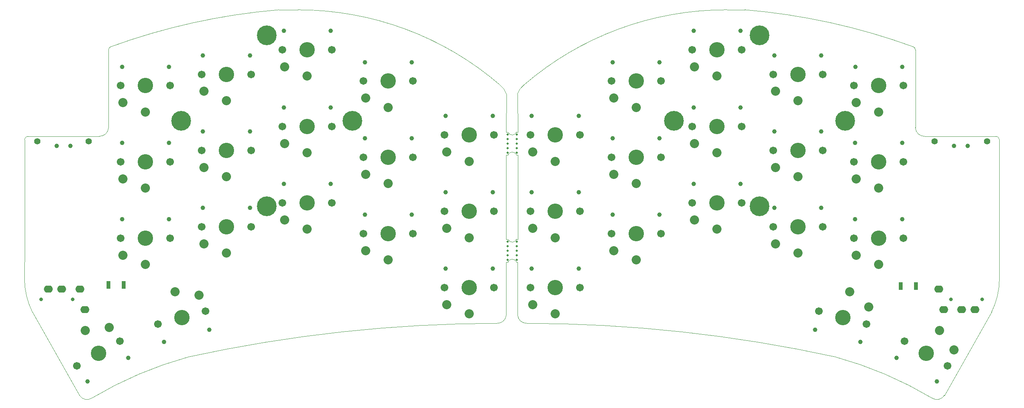
<source format=gts>
%TF.GenerationSoftware,KiCad,Pcbnew,(6.0.4)*%
%TF.CreationDate,2022-04-16T22:52:17+02:00*%
%TF.ProjectId,sweepv2.1-julien,73776565-7076-4322-9e31-2d6a756c6965,rev?*%
%TF.SameCoordinates,Original*%
%TF.FileFunction,Soldermask,Top*%
%TF.FilePolarity,Negative*%
%FSLAX46Y46*%
G04 Gerber Fmt 4.6, Leading zero omitted, Abs format (unit mm)*
G04 Created by KiCad (PCBNEW (6.0.4)) date 2022-04-16 22:52:17*
%MOMM*%
%LPD*%
G01*
G04 APERTURE LIST*
%TA.AperFunction,Profile*%
%ADD10C,0.050000*%
%TD*%
%ADD11C,0.800000*%
%ADD12O,2.000000X1.600000*%
%ADD13C,1.701800*%
%ADD14C,0.990600*%
%ADD15C,3.429000*%
%ADD16C,2.032000*%
%ADD17C,0.500000*%
%ADD18R,0.900000X1.700000*%
%ADD19C,4.400000*%
%ADD20C,1.397000*%
%ADD21C,1.000000*%
G04 APERTURE END LIST*
D10*
X131508500Y-77724000D02*
X131506000Y-89547024D01*
X219998001Y-47763999D02*
X219998045Y-30439419D01*
X223714000Y-108050000D02*
G75*
G03*
X226446000Y-107451265I1070000J1650000D01*
G01*
X219998002Y-47763999D02*
G75*
G03*
X222033002Y-49694917I1999998J69999D01*
G01*
X219563295Y-29758875D02*
G75*
G03*
X182067777Y-21502679I-49442795J-135273425D01*
G01*
X178120389Y-21508122D02*
G75*
G03*
X132892692Y-38264646I-253989J-68729978D01*
G01*
X238688000Y-50442000D02*
G75*
G03*
X237938000Y-49692000I-750000J0D01*
G01*
X132893000Y-38265000D02*
G75*
G03*
X131466055Y-40278702I2445000J-3245000D01*
G01*
X131506294Y-89547021D02*
G75*
G03*
X133544000Y-91383119I1978006J146421D01*
G01*
X219998002Y-30439419D02*
G75*
G03*
X219563290Y-29758889I-750002J19D01*
G01*
X223714000Y-108050000D02*
G75*
G03*
X202185134Y-98863946I-44316000J-74040000D01*
G01*
X222033002Y-49694917D02*
X237938000Y-49692000D01*
X202185136Y-98863939D02*
G75*
G03*
X133544000Y-91383119I-69219136J-316475461D01*
G01*
X238688000Y-58420000D02*
X238688000Y-66548000D01*
X236953304Y-88858150D02*
X226446000Y-107451265D01*
X236953327Y-88858162D02*
G75*
G03*
X238700000Y-81534000I-15027227J7454062D01*
G01*
X182067777Y-21502679D02*
X178120389Y-21508139D01*
X238688000Y-50442000D02*
X238688000Y-58420000D01*
X131466055Y-40278702D02*
X131572000Y-48768000D01*
X129349500Y-48768000D02*
X128960000Y-48768000D01*
X238688000Y-66548000D02*
X238688000Y-75438000D01*
X238688000Y-75438000D02*
X238700000Y-81534000D01*
X129349500Y-72644000D02*
X128960000Y-72644000D01*
X129349500Y-53848000D02*
X128960000Y-53848000D01*
X129349500Y-77724000D02*
X128960000Y-77724000D01*
X131572000Y-53848000D02*
X131572000Y-72644000D01*
X78412223Y-21502679D02*
X82613611Y-21508139D01*
X21792000Y-50442000D02*
X21792000Y-58420000D01*
X128960000Y-77724000D02*
X128975507Y-89545022D01*
X129013945Y-40278702D02*
G75*
G03*
X127587000Y-38265000I-3871945J-1231298D01*
G01*
X126936000Y-91383122D02*
G75*
G03*
X128975507Y-89545022I59500J1984522D01*
G01*
X40481999Y-47763999D02*
X40481955Y-30439419D01*
X21792000Y-66548000D02*
X21792000Y-73914000D01*
X23526696Y-88858150D02*
X34034000Y-107451265D01*
X38446998Y-49694918D02*
G75*
G03*
X40481999Y-47763999I35002J2000918D01*
G01*
X78412223Y-21502678D02*
G75*
G03*
X40916710Y-29758889I11947327J-143529582D01*
G01*
X126936000Y-91383119D02*
G75*
G03*
X58294866Y-98863946I578050J-323956411D01*
G01*
X21779999Y-81534000D02*
G75*
G03*
X23526696Y-88858150I16773851J129950D01*
G01*
X22542000Y-49692000D02*
G75*
G03*
X21792000Y-50442000I0J-750000D01*
G01*
X38446998Y-49694917D02*
X22542000Y-49692000D01*
X21792000Y-58420000D02*
X21792000Y-66548000D01*
X40916692Y-29758850D02*
G75*
G03*
X40481955Y-30439419I315308J-680550D01*
G01*
X34034000Y-107451265D02*
G75*
G03*
X36766000Y-108050000I1662000J1051265D01*
G01*
X127586989Y-38265013D02*
G75*
G03*
X82613611Y-21508139I-44973389J-51973087D01*
G01*
X58294866Y-98863946D02*
G75*
G03*
X36766000Y-108050000I22787134J-83226054D01*
G01*
X21792000Y-73914000D02*
X21780000Y-81534000D01*
X128960000Y-53848000D02*
X128960000Y-72644000D01*
X129013945Y-40278702D02*
X128960000Y-48768000D01*
X131572000Y-72644000D02*
X131254500Y-72644000D01*
X129349501Y-48767999D02*
G75*
G03*
X131254499Y-48768000I952499J380999D01*
G01*
X131254499Y-77724001D02*
G75*
G03*
X129349501Y-77724000I-952499J-380999D01*
G01*
X131254499Y-53848001D02*
G75*
G03*
X129349501Y-53848000I-952499J-380999D01*
G01*
X131572000Y-48768000D02*
X131254500Y-48768000D01*
X129349501Y-72643999D02*
G75*
G03*
X131254499Y-72644000I952499J380999D01*
G01*
X131508500Y-77724000D02*
X131254500Y-77724000D01*
X131572000Y-53848000D02*
X131254500Y-53848000D01*
D11*
%TO.C,J2*%
X227874000Y-86052000D03*
X234874000Y-86052000D03*
D12*
X230274000Y-88352000D03*
X233274000Y-88352000D03*
X225174000Y-83752000D03*
X226274000Y-88352000D03*
%TD*%
D13*
%TO.C,SW16*%
X181356000Y-64516000D03*
D14*
X181076000Y-60316000D03*
D15*
X175856000Y-64516000D03*
D14*
X170636000Y-60316000D03*
D13*
X170356000Y-64516000D03*
D16*
X175856000Y-70416000D03*
X170856000Y-68316000D03*
%TD*%
D15*
%TO.C,SW20*%
X222386000Y-98082000D03*
D14*
X224806653Y-104329307D03*
D13*
X227149140Y-100832000D03*
X217622860Y-95332000D03*
D14*
X215765347Y-99109307D03*
D16*
X225336000Y-92972450D03*
X228616127Y-97291103D03*
%TD*%
D15*
%TO.C,SW15*%
X157856000Y-71374000D03*
D13*
X152356000Y-71374000D03*
D14*
X163076000Y-67174000D03*
X152636000Y-67174000D03*
D13*
X163356000Y-71374000D03*
D16*
X157856000Y-77274000D03*
X152856000Y-75174000D03*
%TD*%
D14*
%TO.C,SW21*%
X207781093Y-95489924D03*
D13*
X198513408Y-88658495D03*
X209138592Y-91505505D03*
D15*
X203826000Y-90082000D03*
D14*
X197696827Y-92787853D03*
D16*
X205353032Y-84383038D03*
X209639142Y-87705577D03*
%TD*%
D13*
%TO.C,SW17*%
X199356000Y-69850000D03*
D14*
X199076000Y-65650000D03*
D15*
X193856000Y-69850000D03*
D13*
X188356000Y-69850000D03*
D14*
X188636000Y-65650000D03*
D16*
X193856000Y-75750000D03*
X188856000Y-73650000D03*
%TD*%
D15*
%TO.C,SW18*%
X211836000Y-72390000D03*
D13*
X206336000Y-72390000D03*
X217336000Y-72390000D03*
D14*
X217056000Y-68190000D03*
X206616000Y-68190000D03*
D16*
X211836000Y-78290000D03*
X206836000Y-76190000D03*
%TD*%
D14*
%TO.C,SW4*%
X170636000Y-26182000D03*
D13*
X170356000Y-30382000D03*
X181356000Y-30382000D03*
D15*
X175856000Y-30382000D03*
D14*
X181076000Y-26182000D03*
D16*
X175856000Y-36282000D03*
X170856000Y-34182000D03*
%TD*%
D13*
%TO.C,SW3*%
X152356000Y-37382000D03*
X163356000Y-37382000D03*
D14*
X163076000Y-33182000D03*
D15*
X157856000Y-37382000D03*
D14*
X152636000Y-33182000D03*
D16*
X157856000Y-43282000D03*
X152856000Y-41182000D03*
%TD*%
D13*
%TO.C,SW9*%
X163356000Y-54356000D03*
D15*
X157856000Y-54356000D03*
D14*
X152636000Y-50156000D03*
X163076000Y-50156000D03*
D13*
X152356000Y-54356000D03*
D16*
X157856000Y-60256000D03*
X152856000Y-58156000D03*
%TD*%
D14*
%TO.C,SW14*%
X134636000Y-79182000D03*
D13*
X145356000Y-83382000D03*
X134356000Y-83382000D03*
D15*
X139856000Y-83382000D03*
D14*
X145076000Y-79182000D03*
D16*
X139856000Y-89282000D03*
X134856000Y-87182000D03*
%TD*%
D13*
%TO.C,SW12*%
X206336000Y-55372000D03*
D14*
X206616000Y-51172000D03*
X217056000Y-51172000D03*
D13*
X217336000Y-55372000D03*
D15*
X211836000Y-55372000D03*
D16*
X211836000Y-61272000D03*
X206836000Y-59172000D03*
%TD*%
D13*
%TO.C,SW11*%
X188356000Y-52832000D03*
X199356000Y-52832000D03*
D14*
X188636000Y-48632000D03*
D15*
X193856000Y-52832000D03*
D14*
X199076000Y-48632000D03*
D16*
X193856000Y-58732000D03*
X188856000Y-56632000D03*
%TD*%
D13*
%TO.C,SW8*%
X134356000Y-66382000D03*
D15*
X139856000Y-66382000D03*
D13*
X145356000Y-66382000D03*
D14*
X145076000Y-62182000D03*
X134636000Y-62182000D03*
D16*
X139856000Y-72282000D03*
X134856000Y-70182000D03*
%TD*%
D15*
%TO.C,SW6*%
X211856000Y-38382000D03*
D14*
X206636000Y-34182000D03*
X217076000Y-34182000D03*
D13*
X206356000Y-38382000D03*
X217356000Y-38382000D03*
D16*
X211856000Y-44282000D03*
X206856000Y-42182000D03*
%TD*%
D13*
%TO.C,SW5*%
X199356000Y-35882000D03*
D15*
X193856000Y-35882000D03*
D14*
X199076000Y-31682000D03*
X188636000Y-31682000D03*
D13*
X188356000Y-35882000D03*
D16*
X193856000Y-41782000D03*
X188856000Y-39682000D03*
%TD*%
D13*
%TO.C,SW2*%
X145356000Y-49382000D03*
D15*
X139856000Y-49382000D03*
D13*
X134356000Y-49382000D03*
D14*
X134636000Y-45182000D03*
X145076000Y-45182000D03*
D16*
X139856000Y-55282000D03*
X134856000Y-53182000D03*
%TD*%
D17*
%TO.C,mouse-bite-2mm-slot*%
X131318000Y-51308000D03*
X131318000Y-53340000D03*
X129286000Y-53340000D03*
X129286000Y-52324000D03*
X129286000Y-51308000D03*
X131318000Y-49276000D03*
X131318000Y-52324000D03*
X129286000Y-50292000D03*
X129286000Y-49276000D03*
X131318000Y-50292000D03*
%TD*%
%TO.C,mouse-bite-2mm-slot*%
X131318000Y-76200000D03*
X131318000Y-73152000D03*
X129286000Y-73152000D03*
X129286000Y-74168000D03*
X129286000Y-75184000D03*
X131318000Y-74168000D03*
X129286000Y-76200000D03*
X129286000Y-77216000D03*
X131318000Y-75184000D03*
X131318000Y-77216000D03*
%TD*%
D18*
%TO.C,RSW1*%
X216740000Y-83058000D03*
X220140000Y-83058000D03*
%TD*%
D15*
%TO.C,SW10*%
X175856000Y-47498000D03*
D13*
X170356000Y-47498000D03*
X181356000Y-47498000D03*
D14*
X181076000Y-43298000D03*
X170636000Y-43298000D03*
D16*
X175856000Y-53398000D03*
X170856000Y-51298000D03*
%TD*%
D19*
%TO.C,REF\u002A\u002A*%
X166306000Y-46282000D03*
X204406000Y-46282000D03*
X185356000Y-65332000D03*
X185356000Y-27232000D03*
%TD*%
D20*
%TO.C,Bat+r1*%
X235966000Y-50800000D03*
%TD*%
%TO.C,BatGND1*%
X224282000Y-50800000D03*
%TD*%
D11*
%TO.C,J1*%
X25476000Y-86052000D03*
X32476000Y-86052000D03*
D12*
X30076000Y-83752000D03*
X27076000Y-83752000D03*
X35176000Y-88352000D03*
X34076000Y-83752000D03*
%TD*%
D15*
%TO.C,SW17_r1*%
X48686000Y-72390000D03*
D14*
X43466000Y-68190000D03*
D13*
X43186000Y-72390000D03*
X54186000Y-72390000D03*
D14*
X53906000Y-68190000D03*
D16*
X48686000Y-78290000D03*
X43686000Y-76190000D03*
%TD*%
D14*
%TO.C,SW11_r1*%
X71920000Y-48632000D03*
X61480000Y-48632000D03*
D13*
X61200000Y-52832000D03*
D15*
X66700000Y-52832000D03*
D13*
X72200000Y-52832000D03*
D16*
X66700000Y-58732000D03*
X61700000Y-56632000D03*
%TD*%
D14*
%TO.C,SW15_r1*%
X89908000Y-60316000D03*
D13*
X79188000Y-64516000D03*
X90188000Y-64516000D03*
D15*
X84688000Y-64516000D03*
D14*
X79468000Y-60316000D03*
D16*
X84688000Y-70416000D03*
X79688000Y-68316000D03*
%TD*%
D14*
%TO.C,SW18_r1*%
X107934000Y-67174000D03*
D15*
X102714000Y-71374000D03*
D13*
X97214000Y-71374000D03*
X108214000Y-71374000D03*
D14*
X97494000Y-67174000D03*
D16*
X102714000Y-77274000D03*
X97714000Y-75174000D03*
%TD*%
D13*
%TO.C,SW6_r1*%
X54186000Y-38382000D03*
D14*
X43466000Y-34182000D03*
X53906000Y-34182000D03*
D13*
X43186000Y-38382000D03*
D15*
X48686000Y-38382000D03*
D16*
X48686000Y-44282000D03*
X43686000Y-42182000D03*
%TD*%
D14*
%TO.C,SW5_r1*%
X61480000Y-31682000D03*
D13*
X61200000Y-35882000D03*
D15*
X66700000Y-35882000D03*
D14*
X71920000Y-31682000D03*
D13*
X72200000Y-35882000D03*
D16*
X66700000Y-41782000D03*
X61700000Y-39682000D03*
%TD*%
D13*
%TO.C,SW2_r1*%
X115232000Y-49382000D03*
D14*
X115512000Y-45182000D03*
X125952000Y-45182000D03*
D15*
X120732000Y-49382000D03*
D13*
X126232000Y-49382000D03*
D16*
X120732000Y-55282000D03*
X115732000Y-53182000D03*
%TD*%
D13*
%TO.C,SW16_r1*%
X61200000Y-69850000D03*
X72200000Y-69850000D03*
D14*
X61480000Y-65650000D03*
D15*
X66700000Y-69850000D03*
D14*
X71920000Y-65650000D03*
D16*
X66700000Y-75750000D03*
X61700000Y-73650000D03*
%TD*%
D13*
%TO.C,SW4_r1*%
X90188000Y-30382000D03*
X79188000Y-30382000D03*
D15*
X84688000Y-30382000D03*
D14*
X89908000Y-26182000D03*
X79468000Y-26182000D03*
D16*
X84688000Y-36282000D03*
X79688000Y-34182000D03*
%TD*%
D14*
%TO.C,SW13_r1*%
X125952000Y-79182000D03*
D15*
X120732000Y-83382000D03*
D14*
X115512000Y-79182000D03*
D13*
X115232000Y-83382000D03*
X126232000Y-83382000D03*
D16*
X120732000Y-89282000D03*
X115732000Y-87182000D03*
%TD*%
D14*
%TO.C,SW12_r1*%
X53906000Y-51172000D03*
D13*
X54186000Y-55372000D03*
D14*
X43466000Y-51172000D03*
D13*
X43186000Y-55372000D03*
D15*
X48686000Y-55372000D03*
D16*
X48686000Y-61272000D03*
X43686000Y-59172000D03*
%TD*%
D14*
%TO.C,SW3_r1*%
X107934000Y-33182000D03*
D15*
X102714000Y-37382000D03*
D14*
X97494000Y-33182000D03*
D13*
X97214000Y-37382000D03*
X108214000Y-37382000D03*
D16*
X102714000Y-43282000D03*
X97714000Y-41182000D03*
%TD*%
D15*
%TO.C,SW8_r1*%
X102714000Y-54356000D03*
D13*
X108214000Y-54356000D03*
D14*
X107934000Y-50156000D03*
X97494000Y-50156000D03*
D13*
X97214000Y-54356000D03*
D16*
X102714000Y-60256000D03*
X97714000Y-58156000D03*
%TD*%
D13*
%TO.C,SW21_r1*%
X51465408Y-91505505D03*
D14*
X62907173Y-92787853D03*
D15*
X56778000Y-90082000D03*
D14*
X52822907Y-95489924D03*
D13*
X62090592Y-88658495D03*
D16*
X55250968Y-84383038D03*
X60624117Y-85117387D03*
%TD*%
D15*
%TO.C,SW9_r1*%
X84688000Y-47498000D03*
D14*
X79468000Y-43298000D03*
D13*
X79188000Y-47498000D03*
X90188000Y-47498000D03*
D14*
X89908000Y-43298000D03*
D16*
X84688000Y-53398000D03*
X79688000Y-51298000D03*
%TD*%
D13*
%TO.C,SW20_r1*%
X33454860Y-100832000D03*
X42981140Y-95332000D03*
D14*
X44838653Y-99109307D03*
X35797347Y-104329307D03*
D15*
X38218000Y-98082000D03*
D16*
X35268000Y-92972450D03*
X40648127Y-92291103D03*
%TD*%
D14*
%TO.C,SW7_r1*%
X115512000Y-62182000D03*
X125952000Y-62182000D03*
D13*
X126232000Y-66382000D03*
D15*
X120732000Y-66382000D03*
D13*
X115232000Y-66382000D03*
D16*
X120732000Y-72282000D03*
X115732000Y-70182000D03*
%TD*%
D19*
%TO.C,REF\u002A\u002A*%
X94742000Y-46282000D03*
X75692000Y-65332000D03*
X56642000Y-46282000D03*
X75692000Y-27232000D03*
%TD*%
D20*
%TO.C,BatGND4*%
X36068000Y-50800000D03*
%TD*%
%TO.C,Bat+1*%
X24638000Y-50800000D03*
%TD*%
D18*
%TO.C,RSW2*%
X40464000Y-82804000D03*
X43864000Y-82804000D03*
%TD*%
D21*
%TO.C,SW_POWERR1*%
X228624000Y-51816000D03*
X231624000Y-51816000D03*
%TD*%
%TO.C,SW_POWER1*%
X31980000Y-51816000D03*
X28980000Y-51816000D03*
%TD*%
M02*

</source>
